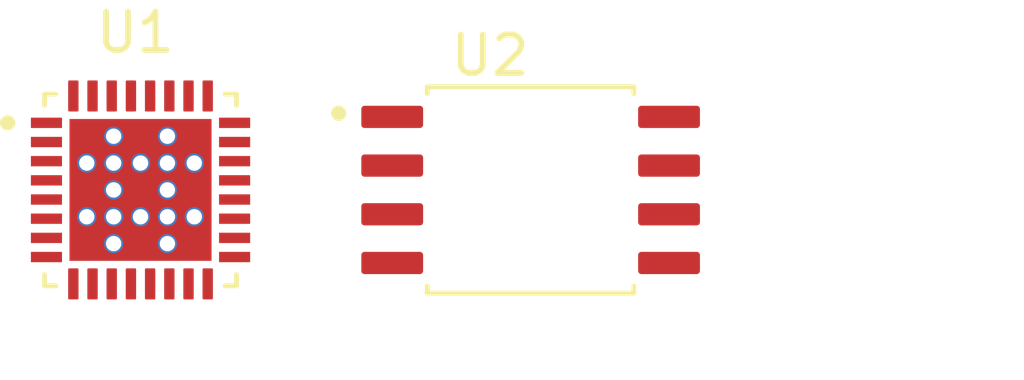
<source format=kicad_pcb>
(kicad_pcb (version 20211014) (generator pcbnew)
  (layers (0 "F.Cu" signal) (31 "B.Cu" signal) (34 "B.Paste" user) (35 "F.Paste" user) (36 "B.SilkS" user "B.Silkscreen") (37 "F.SilkS" user "F.Silkscreen") (38 "B.Mask" user) (39 "F.Mask" user) (44 "Edge.Cuts" user))
  (net 0 "")
  (net 15 "Net-(U1-Pad31)")
  (net 17 "Net-(U1-Pad2)")
  (footprint "W25Q16JVSSIQ:SOIC127P790X216-8N" (layer "F.Cu") (at 104.14 78.74)
    (fp_text reference "U2" (at -1.05616 -3.50582) (layer "F.SilkS") (effects (font (size 1.001087 1.001087))))
    (fp_text value "W25Q16JVSSIQ")
    (fp_line (start -2.69 -2.69) (end -2.69 -2.51) (layer "F.SilkS") (width 0.127))
    (fp_line (start 2.69 -2.69) (end 2.69 -2.51) (layer "F.SilkS") (width 0.127))
    (fp_line (start 2.69 2.51) (end 2.69 2.69) (layer "F.SilkS") (width 0.127))
    (fp_line (start -2.69 2.69) (end 2.69 2.69) (layer "F.SilkS") (width 0.127))
    (fp_line (start -2.69 -2.69) (end 2.69 -2.69) (layer "F.SilkS") (width 0.127))
    (fp_line (start -2.69 2.51) (end -2.69 2.69) (layer "F.SilkS") (width 0.127))
    (fp_circle (center -5 -2) (end -4.9 -2) (layer "F.SilkS") (width 0.2) (fill none))
    (pad "1" smd roundrect locked (at -3.605 -1.905) (size 1.61 0.58) (layers "F.Cu" "F.Paste" "F.Mask") (roundrect_rratio 0.14))
    (pad "2" smd roundrect locked (at -3.605 -0.635) (size 1.61 0.58) (layers "F.Cu" "F.Paste" "F.Mask") (roundrect_rratio 0.14))
    (pad "3" smd roundrect locked (at -3.605 0.635) (size 1.61 0.58) (layers "F.Cu" "F.Paste" "F.Mask") (roundrect_rratio 0.14))
    (pad "4" smd roundrect locked (at -3.605 1.905) (size 1.61 0.58) (layers "F.Cu" "F.Paste" "F.Mask") (roundrect_rratio 0.14))
    (pad "5" smd roundrect locked (at 3.605 1.905) (size 1.61 0.58) (layers "F.Cu" "F.Paste" "F.Mask") (roundrect_rratio 0.14))
    (pad "6" smd roundrect locked (at 3.605 0.635) (size 1.61 0.58) (layers "F.Cu" "F.Paste" "F.Mask") (roundrect_rratio 0.14))
    (pad "7" smd roundrect locked (at 3.605 -0.635) (size 1.61 0.58) (layers "F.Cu" "F.Paste" "F.Mask") (roundrect_rratio 0.14))
    (pad "8" smd roundrect locked (at 3.605 -1.905) (size 1.61 0.58) (layers "F.Cu" "F.Paste" "F.Mask") (roundrect_rratio 0.14))
  )
  (footprint "ESP32-C3:QFN50P500X500X90-33N" (layer "F.Cu") (at 93.98 78.74)
    (fp_text reference "U1" (at -0.135 -4.105) (layer "F.SilkS"))
    (fp_text value "ESP32-C3FH4")
    (fp_line (start 2.5 2.5) (end 2.205 2.5) (layer "F.SilkS") (width 0.127))
    (fp_line (start 2.5 -2.5) (end 2.5 -2.205) (layer "F.SilkS") (width 0.127))
    (fp_line (start -2.5 -2.5) (end -2.205 -2.5) (layer "F.SilkS") (width 0.127))
    (fp_line (start 2.5 -2.5) (end 2.205 -2.5) (layer "F.SilkS") (width 0.127))
    (fp_line (start 2.5 2.5) (end 2.5 2.205) (layer "F.SilkS") (width 0.127))
    (fp_line (start -2.5 2.5) (end -2.5 2.205) (layer "F.SilkS") (width 0.127))
    (fp_line (start -2.5 -2.5) (end -2.5 -2.205) (layer "F.SilkS") (width 0.127))
    (fp_line (start -2.5 2.5) (end -2.205 2.5) (layer "F.SilkS") (width 0.127))
    (fp_circle (center -3.46 -1.75) (end -3.36 -1.75) (layer "F.SilkS") (width 0.2) (fill none))
    (pad "1" smd roundrect locked (at -2.45 -1.75) (size 0.81 0.27) (layers "F.Cu" "F.Paste" "F.Mask") (roundrect_rratio 0.03))
    (pad "2" smd roundrect locked (at -2.45 -1.25) (size 0.81 0.27) (layers "F.Cu" "F.Paste" "F.Mask") (roundrect_rratio 0.03) (net 17 "Net-(U1-Pad2)"))
    (pad "3" smd roundrect locked (at -2.45 -0.75) (size 0.81 0.27) (layers "F.Cu" "F.Paste" "F.Mask") (roundrect_rratio 0.03) (net 17 "Net-(U1-Pad2)"))
    (pad "4" smd roundrect locked (at -2.45 -0.25) (size 0.81 0.27) (layers "F.Cu" "F.Paste" "F.Mask") (roundrect_rratio 0.03))
    (pad "5" smd roundrect locked (at -2.45 0.25) (size 0.81 0.27) (layers "F.Cu" "F.Paste" "F.Mask") (roundrect_rratio 0.03))
    (pad "6" smd roundrect locked (at -2.45 0.75) (size 0.81 0.27) (layers "F.Cu" "F.Paste" "F.Mask") (roundrect_rratio 0.03))
    (pad "7" smd roundrect locked (at -2.45 1.25) (size 0.81 0.27) (layers "F.Cu" "F.Paste" "F.Mask") (roundrect_rratio 0.03))
    (pad "8" smd roundrect locked (at -2.45 1.75) (size 0.81 0.27) (layers "F.Cu" "F.Paste" "F.Mask") (roundrect_rratio 0.03))
    (pad "9" smd roundrect locked (at -1.75 2.45) (size 0.27 0.81) (layers "F.Cu" "F.Paste" "F.Mask") (roundrect_rratio 0.1))
    (pad "10" smd roundrect locked (at -1.25 2.45) (size 0.27 0.81) (layers "F.Cu" "F.Paste" "F.Mask") (roundrect_rratio 0.1))
    (pad "11" smd roundrect locked (at -0.75 2.45) (size 0.27 0.81) (layers "F.Cu" "F.Paste" "F.Mask") (roundrect_rratio 0.1))
    (pad "12" smd roundrect locked (at -0.25 2.45) (size 0.27 0.81) (layers "F.Cu" "F.Paste" "F.Mask") (roundrect_rratio 0.1))
    (pad "13" smd roundrect locked (at 0.25 2.45) (size 0.27 0.81) (layers "F.Cu" "F.Paste" "F.Mask") (roundrect_rratio 0.1))
    (pad "14" smd roundrect locked (at 0.75 2.45) (size 0.27 0.81) (layers "F.Cu" "F.Paste" "F.Mask") (roundrect_rratio 0.1))
    (pad "15" smd roundrect locked (at 1.25 2.45) (size 0.27 0.81) (layers "F.Cu" "F.Paste" "F.Mask") (roundrect_rratio 0.1))
    (pad "16" smd roundrect locked (at 1.75 2.45) (size 0.27 0.81) (layers "F.Cu" "F.Paste" "F.Mask") (roundrect_rratio 0.1))
    (pad "17" smd roundrect locked (at 2.45 1.75) (size 0.81 0.27) (layers "F.Cu" "F.Paste" "F.Mask") (roundrect_rratio 0.03))
    (pad "18" smd roundrect locked (at 2.45 1.25) (size 0.81 0.27) (layers "F.Cu" "F.Paste" "F.Mask") (roundrect_rratio 0.03))
    (pad "19" smd roundrect locked (at 2.45 0.75) (size 0.81 0.27) (layers "F.Cu" "F.Paste" "F.Mask") (roundrect_rratio 0.03))
    (pad "20" smd roundrect locked (at 2.45 0.25) (size 0.81 0.27) (layers "F.Cu" "F.Paste" "F.Mask") (roundrect_rratio 0.03))
    (pad "21" smd roundrect locked (at 2.45 -0.25) (size 0.81 0.27) (layers "F.Cu" "F.Paste" "F.Mask") (roundrect_rratio 0.03))
    (pad "22" smd roundrect locked (at 2.45 -0.75) (size 0.81 0.27) (layers "F.Cu" "F.Paste" "F.Mask") (roundrect_rratio 0.03))
    (pad "23" smd roundrect locked (at 2.45 -1.25) (size 0.81 0.27) (layers "F.Cu" "F.Paste" "F.Mask") (roundrect_rratio 0.03))
    (pad "24" smd roundrect locked (at 2.45 -1.75) (size 0.81 0.27) (layers "F.Cu" "F.Paste" "F.Mask") (roundrect_rratio 0.03))
    (pad "25" smd roundrect locked (at 1.75 -2.45) (size 0.27 0.81) (layers "F.Cu" "F.Paste" "F.Mask") (roundrect_rratio 0.1))
    (pad "26" smd roundrect locked (at 1.25 -2.45) (size 0.27 0.81) (layers "F.Cu" "F.Paste" "F.Mask") (roundrect_rratio 0.1))
    (pad "27" smd roundrect locked (at 0.75 -2.45) (size 0.27 0.81) (layers "F.Cu" "F.Paste" "F.Mask") (roundrect_rratio 0.1))
    (pad "28" smd roundrect locked (at 0.25 -2.45) (size 0.27 0.81) (layers "F.Cu" "F.Paste" "F.Mask") (roundrect_rratio 0.1))
    (pad "29" smd roundrect locked (at -0.25 -2.45) (size 0.27 0.81) (layers "F.Cu" "F.Paste" "F.Mask") (roundrect_rratio 0.1))
    (pad "30" smd roundrect locked (at -0.75 -2.45) (size 0.27 0.81) (layers "F.Cu" "F.Paste" "F.Mask") (roundrect_rratio 0.1))
    (pad "31" smd roundrect locked (at -1.25 -2.45) (size 0.27 0.81) (layers "F.Cu" "F.Paste" "F.Mask") (roundrect_rratio 0.1) (net 15 "Net-(U1-Pad31)"))
    (pad "32" smd roundrect locked (at -1.75 -2.45) (size 0.27 0.81) (layers "F.Cu" "F.Paste" "F.Mask") (roundrect_rratio 0.1) (net 15 "Net-(U1-Pad31)"))
    (pad "33" smd rect locked (at 0 0) (size 3.7 3.7) (layers "F.Cu" "F.Mask"))
    (pad "34" thru_hole circle locked (at -0.7 -1.4) (size 0.5 0.5) (drill 0.4) (layers *.Cu))
    (pad "35" thru_hole circle locked (at 0.7 -1.4) (size 0.5 0.5) (drill 0.4) (layers *.Cu))
    (pad "36" thru_hole circle locked (at -1.4 -0.7) (size 0.5 0.5) (drill 0.4) (layers *.Cu))
    (pad "37" thru_hole circle locked (at -0.7 -0.7) (size 0.5 0.5) (drill 0.4) (layers *.Cu))
    (pad "38" thru_hole circle locked (at 0 -0.7) (size 0.5 0.5) (drill 0.4) (layers *.Cu))
    (pad "39" thru_hole circle locked (at 0.7 -0.7) (size 0.5 0.5) (drill 0.4) (layers *.Cu))
    (pad "40" thru_hole circle locked (at 1.4 -0.7) (size 0.5 0.5) (drill 0.4) (layers *.Cu))
    (pad "41" thru_hole circle locked (at -0.7 0) (size 0.5 0.5) (drill 0.4) (layers *.Cu))
    (pad "42" thru_hole circle locked (at 0.7 0) (size 0.5 0.5) (drill 0.4) (layers *.Cu))
    (pad "43" thru_hole circle locked (at -1.4 0.7) (size 0.5 0.5) (drill 0.4) (layers *.Cu))
    (pad "44" thru_hole circle locked (at -0.7 0.7) (size 0.5 0.5) (drill 0.4) (layers *.Cu))
    (pad "45" thru_hole circle locked (at 0 0.7) (size 0.5 0.5) (drill 0.4) (layers *.Cu))
    (pad "46" thru_hole circle locked (at 0.7 0.7) (size 0.5 0.5) (drill 0.4) (layers *.Cu))
    (pad "47" thru_hole circle locked (at 1.4 0.7) (size 0.5 0.5) (drill 0.4) (layers *.Cu))
    (pad "48" thru_hole circle locked (at -0.7 1.4) (size 0.5 0.5) (drill 0.4) (layers *.Cu))
    (pad "49" thru_hole circle locked (at 0.7 1.4) (size 0.5 0.5) (drill 0.4) (layers *.Cu))
  )
)
</source>
